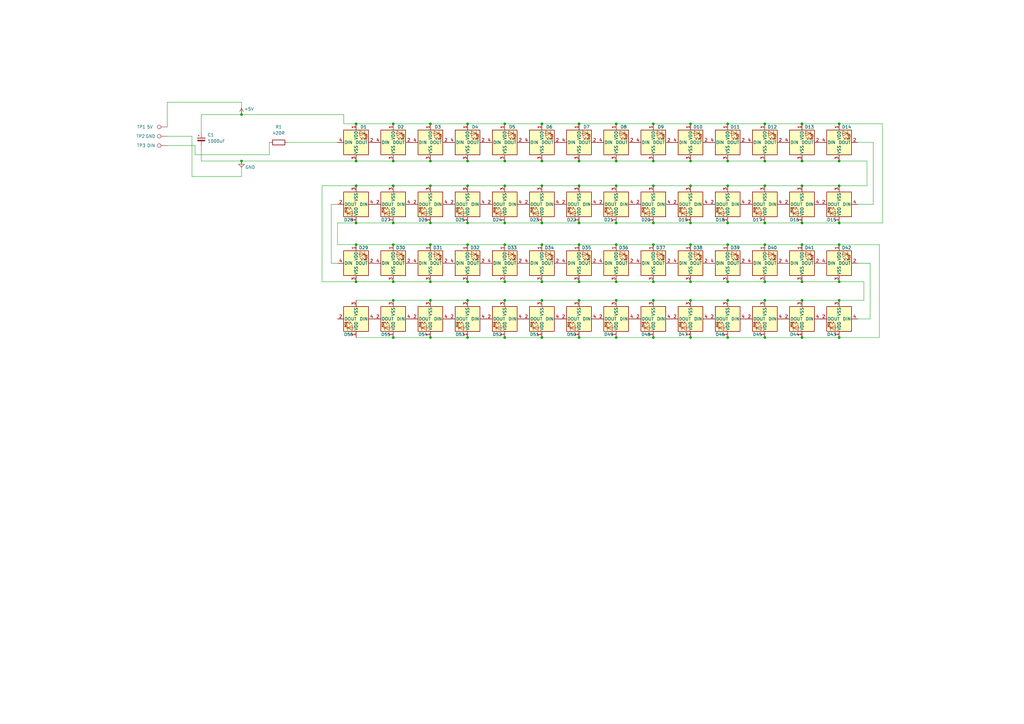
<source format=kicad_sch>
(kicad_sch (version 20250114) (generator "eeschema") (generator_version "9.0")
  (paper "A3")
  (lib_symbols
    (symbol "Connector:TestPoint" (pin_numbers (hide yes)) (pin_names (offset 0.762) (hide yes))
      (property "Reference" "TP" (at 0 6.858 0))
      (property "Value" "TestPoint" (at 0 5.08 0))
      (symbol "TestPoint_0_1"
        (circle (center 0 3.302) (radius 0.762))
      )
      (symbol "TestPoint_1_1"
        (pin passive line (at 0 0 90) (length 2.54) (name "1") (number "1"))
      )
    )
    (symbol "Device:C_Polarized_Small" (pin_numbers (hide yes)) (pin_names (offset 0.254) (hide yes))
      (property "Reference" "C" (at 0.254 1.778 0))
      (property "Value" "C_Polarized_Small" (at 0.254 -2.032 0))
      (symbol "C_Polarized_Small_0_1"
        (rectangle (start -1.524 0.6858) (end 1.524 0.3048))
        (rectangle (start -1.524 -0.3048) (end 1.524 -0.6858) (fill (type outline)))
        (polyline (pts (xy -1.27 1.524) (xy -0.762 1.524)))
        (polyline (pts (xy -1.016 1.27) (xy -1.016 1.778)))
      )
      (symbol "C_Polarized_Small_1_1"
        (pin passive line (at 0 2.54 270) (length 1.8542) (name "~") (number "1"))
        (pin passive line (at 0 -2.54 90) (length 1.8542) (name "~") (number "2"))
      )
    )
    (symbol "Device:R" (pin_numbers (hide yes)) (pin_names (offset 0))
      (property "Reference" "R" (at 2.032 0 90))
      (property "Value" "R" (at 0 0 90))
      (symbol "R_0_1"
        (rectangle (start -1.016 -2.54) (end 1.016 2.54) (stroke (width 0.254)))
      )
      (symbol "R_1_1"
        (pin passive line (at 0 3.81 270) (length 1.27) (name "~") (number "1"))
        (pin passive line (at 0 -3.81 90) (length 1.27) (name "~") (number "2"))
      )
    )
    (symbol "My_Custom_Symbols:WS2812B-Mini" (pin_names (offset 0.254))
      (property "Reference" "D" (at 5.08 5.715 0))
      (property "Value" "WS2812B-Mini" (at 1.27 -5.715 0))
      (symbol "WS2812B-Mini_0_0"
        (text "RGB" (at 2.286 -4.191 0) (effects (font (size 0.762 0.762))))
      )
      (symbol "WS2812B-Mini_0_1"
        (polyline (pts (xy 1.27 -2.54) (xy 1.778 -2.54)))
        (polyline (pts (xy 1.27 -3.556) (xy 1.778 -3.556)))
        (polyline (pts (xy 2.286 -1.524) (xy 1.27 -2.54) (xy 1.27 -2.032)))
        (polyline (pts (xy 2.286 -2.54) (xy 1.27 -3.556) (xy 1.27 -3.048)))
        (polyline (pts (xy 3.683 -1.016) (xy 3.683 -3.556) (xy 3.683 -4.064)))
        (polyline (pts (xy 4.699 -1.524) (xy 2.667 -1.524) (xy 3.683 -3.556) (xy 4.699 -1.524)))
        (polyline (pts (xy 4.699 -3.556) (xy 2.667 -3.556)))
        (rectangle (start 5.08 5.08) (end -5.08 -5.08) (stroke (width 0.254)) (fill (type background)))
      )
      (symbol "WS2812B-Mini_1_1"
        (pin power_out line (at -7.62 0 0) (length 2.54) (name "VSS") (number "3"))
        (pin input line (at 0 7.62 270) (length 2.54) (name "DIN") (number "4"))
        (pin output line (at 0 -7.62 90) (length 2.54) (name "DOUT") (number "2"))
        (pin power_in line (at 7.62 0 180) (length 2.54) (name "VDD") (number "1"))
      )
    )
    (symbol "power:+5V" (power) (pin_numbers (hide yes)) (pin_names (offset 0) (hide yes))
      (property "Value" "+5V" (at 0 3.556 0))
      (symbol "+5V_0_1"
        (polyline (pts (xy -0.762 1.27) (xy 0 2.54)))
        (polyline (pts (xy 0 2.54) (xy 0.762 1.27)))
        (polyline (pts (xy 0 0) (xy 0 2.54)))
      )
      (symbol "+5V_1_1"
        (pin power_in line (at 0 0 90) (length 0) (name "~") (number "1"))
      )
    )
    (symbol "power:GND" (power) (pin_numbers (hide yes)) (pin_names (offset 0) (hide yes))
      (property "Value" "GND" (at 0 -3.81 0))
      (symbol "GND_0_1"
        (polyline (pts (xy 0 0) (xy 0 -1.27) (xy 1.27 -1.27) (xy 0 -2.54) (xy -1.27 -1.27) (xy 0 -1.27)))
      )
      (symbol "GND_1_1"
        (pin power_in line (at 0 0 270) (length 0) (name "~") (number "1"))
      )
    )
  )
  (junction (at 99.06 66.04))
  (junction (at 191.77 50.8))
  (junction (at 344.17 123.19))
  (junction (at 176.53 76.2))
  (junction (at 298.45 76.2))
  (junction (at 283.21 123.19))
  (junction (at 237.49 91.44))
  (junction (at 344.17 138.43))
  (junction (at 237.49 100.33))
  (junction (at 344.17 76.2))
  (junction (at 252.73 100.33))
  (junction (at 283.21 50.8))
  (junction (at 161.29 50.8))
  (junction (at 191.77 100.33))
  (junction (at 99.06 46.99))
  (junction (at 146.05 115.57))
  (junction (at 176.53 115.57))
  (junction (at 267.97 123.19))
  (junction (at 176.53 91.44))
  (junction (at 267.97 100.33))
  (junction (at 207.01 100.33))
  (junction (at 267.97 91.44))
  (junction (at 176.53 100.33))
  (junction (at 267.97 50.8))
  (junction (at 252.73 76.2))
  (junction (at 283.21 66.04))
  (junction (at 328.93 123.19))
  (junction (at 207.01 115.57))
  (junction (at 252.73 115.57))
  (junction (at 328.93 138.43))
  (junction (at 283.21 138.43))
  (junction (at 161.29 123.19))
  (junction (at 344.17 66.04))
  (junction (at 191.77 66.04))
  (junction (at 313.69 123.19))
  (junction (at 298.45 50.8))
  (junction (at 328.93 91.44))
  (junction (at 146.05 66.04))
  (junction (at 267.97 76.2))
  (junction (at 161.29 138.43))
  (junction (at 328.93 50.8))
  (junction (at 313.69 115.57))
  (junction (at 252.73 66.04))
  (junction (at 207.01 76.2))
  (junction (at 267.97 66.04))
  (junction (at 298.45 123.19))
  (junction (at 207.01 66.04))
  (junction (at 267.97 138.43))
  (junction (at 328.93 66.04))
  (junction (at 344.17 91.44))
  (junction (at 283.21 115.57))
  (junction (at 207.01 123.19))
  (junction (at 328.93 76.2))
  (junction (at 146.05 50.8))
  (junction (at 237.49 138.43))
  (junction (at 207.01 91.44))
  (junction (at 222.25 76.2))
  (junction (at 313.69 100.33))
  (junction (at 222.25 50.8))
  (junction (at 313.69 138.43))
  (junction (at 191.77 115.57))
  (junction (at 237.49 50.8))
  (junction (at 161.29 100.33))
  (junction (at 176.53 123.19))
  (junction (at 313.69 66.04))
  (junction (at 252.73 91.44))
  (junction (at 222.25 91.44))
  (junction (at 252.73 123.19))
  (junction (at 283.21 76.2))
  (junction (at 222.25 123.19))
  (junction (at 146.05 91.44))
  (junction (at 298.45 91.44))
  (junction (at 207.01 50.8))
  (junction (at 176.53 138.43))
  (junction (at 298.45 138.43))
  (junction (at 344.17 50.8))
  (junction (at 283.21 91.44))
  (junction (at 207.01 138.43))
  (junction (at 191.77 76.2))
  (junction (at 191.77 123.19))
  (junction (at 237.49 76.2))
  (junction (at 298.45 100.33))
  (junction (at 267.97 115.57))
  (junction (at 298.45 115.57))
  (junction (at 283.21 100.33))
  (junction (at 252.73 138.43))
  (junction (at 222.25 100.33))
  (junction (at 191.77 91.44))
  (junction (at 313.69 50.8))
  (junction (at 146.05 76.2))
  (junction (at 237.49 123.19))
  (junction (at 176.53 66.04))
  (junction (at 328.93 100.33))
  (junction (at 344.17 100.33))
  (junction (at 222.25 138.43))
  (junction (at 252.73 50.8))
  (junction (at 146.05 100.33))
  (junction (at 161.29 66.04))
  (junction (at 161.29 76.2))
  (junction (at 313.69 91.44))
  (junction (at 237.49 115.57))
  (junction (at 222.25 115.57))
  (junction (at 237.49 66.04))
  (junction (at 313.69 76.2))
  (junction (at 161.29 115.57))
  (junction (at 176.53 50.8))
  (junction (at 222.25 66.04))
  (junction (at 191.77 138.43))
  (junction (at 298.45 66.04))
  (junction (at 328.93 115.57))
  (junction (at 161.29 91.44))
  (junction (at 344.17 115.57))
  (wire (pts (xy 237.49 115.57) (xy 252.73 115.57)))
  (wire (pts (xy 78.74 72.39) (xy 99.06 72.39)))
  (wire (pts (xy 222.25 50.8) (xy 237.49 50.8)))
  (wire (pts (xy 351.79 107.95) (xy 356.87 107.95)))
  (wire (pts (xy 176.53 138.43) (xy 191.77 138.43)))
  (wire (pts (xy 252.73 91.44) (xy 237.49 91.44)))
  (wire (pts (xy 135.89 107.95) (xy 138.43 107.95)))
  (wire (pts (xy 344.17 123.19) (xy 354.33 123.19)))
  (wire (pts (xy 207.01 115.57) (xy 222.25 115.57)))
  (wire (pts (xy 237.49 66.04) (xy 252.73 66.04)))
  (wire (pts (xy 82.55 66.04) (xy 99.06 66.04)))
  (wire (pts (xy 207.01 123.19) (xy 222.25 123.19)))
  (wire (pts (xy 161.29 50.8) (xy 176.53 50.8)))
  (wire (pts (xy 252.73 50.8) (xy 267.97 50.8)))
  (wire (pts (xy 146.05 91.44) (xy 138.43 91.44)))
  (wire (pts (xy 344.17 50.8) (xy 361.95 50.8)))
  (wire (pts (xy 146.05 66.04) (xy 161.29 66.04)))
  (wire (pts (xy 132.08 76.2) (xy 132.08 115.57)))
  (wire (pts (xy 222.25 115.57) (xy 237.49 115.57)))
  (wire (pts (xy 138.43 91.44) (xy 138.43 100.33)))
  (wire (pts (xy 283.21 50.8) (xy 298.45 50.8)))
  (wire (pts (xy 283.21 115.57) (xy 298.45 115.57)))
  (wire (pts (xy 80.01 59.69) (xy 80.01 63.5)))
  (wire (pts (xy 267.97 123.19) (xy 283.21 123.19)))
  (wire (pts (xy 237.49 76.2) (xy 222.25 76.2)))
  (wire (pts (xy 328.93 76.2) (xy 313.69 76.2)))
  (wire (pts (xy 146.05 138.43) (xy 161.29 138.43)))
  (wire (pts (xy 191.77 76.2) (xy 176.53 76.2)))
  (wire (pts (xy 146.05 50.8) (xy 161.29 50.8)))
  (wire (pts (xy 313.69 91.44) (xy 298.45 91.44)))
  (wire (pts (xy 99.06 41.91) (xy 99.06 46.99)))
  (wire (pts (xy 328.93 50.8) (xy 344.17 50.8)))
  (wire (pts (xy 328.93 100.33) (xy 344.17 100.33)))
  (wire (pts (xy 207.01 91.44) (xy 191.77 91.44)))
  (wire (pts (xy 267.97 91.44) (xy 252.73 91.44)))
  (wire (pts (xy 313.69 66.04) (xy 328.93 66.04)))
  (wire (pts (xy 161.29 66.04) (xy 176.53 66.04)))
  (wire (pts (xy 176.53 66.04) (xy 191.77 66.04)))
  (wire (pts (xy 355.6 66.04) (xy 355.6 76.2)))
  (wire (pts (xy 355.6 76.2) (xy 344.17 76.2)))
  (wire (pts (xy 222.25 76.2) (xy 207.01 76.2)))
  (wire (pts (xy 132.08 115.57) (xy 146.05 115.57)))
  (wire (pts (xy 356.87 107.95) (xy 356.87 130.81)))
  (wire (pts (xy 68.58 52.07) (xy 68.58 41.91)))
  (wire (pts (xy 328.93 123.19) (xy 344.17 123.19)))
  (wire (pts (xy 161.29 115.57) (xy 176.53 115.57)))
  (wire (pts (xy 267.97 115.57) (xy 283.21 115.57)))
  (wire (pts (xy 267.97 100.33) (xy 283.21 100.33)))
  (wire (pts (xy 252.73 66.04) (xy 267.97 66.04)))
  (wire (pts (xy 360.68 100.33) (xy 360.68 138.43)))
  (wire (pts (xy 176.53 91.44) (xy 161.29 91.44)))
  (wire (pts (xy 267.97 66.04) (xy 283.21 66.04)))
  (wire (pts (xy 191.77 50.8) (xy 207.01 50.8)))
  (wire (pts (xy 298.45 66.04) (xy 313.69 66.04)))
  (wire (pts (xy 298.45 123.19) (xy 313.69 123.19)))
  (wire (pts (xy 146.05 100.33) (xy 161.29 100.33)))
  (wire (pts (xy 313.69 50.8) (xy 328.93 50.8)))
  (wire (pts (xy 68.58 59.69) (xy 80.01 59.69)))
  (wire (pts (xy 140.97 50.8) (xy 146.05 50.8)))
  (wire (pts (xy 252.73 100.33) (xy 267.97 100.33)))
  (wire (pts (xy 99.06 72.39) (xy 99.06 66.04)))
  (wire (pts (xy 161.29 138.43) (xy 176.53 138.43)))
  (wire (pts (xy 313.69 115.57) (xy 328.93 115.57)))
  (wire (pts (xy 68.58 55.88) (xy 78.74 55.88)))
  (wire (pts (xy 237.49 123.19) (xy 252.73 123.19)))
  (wire (pts (xy 252.73 76.2) (xy 237.49 76.2)))
  (wire (pts (xy 328.93 91.44) (xy 313.69 91.44)))
  (wire (pts (xy 344.17 91.44) (xy 328.93 91.44)))
  (wire (pts (xy 138.43 100.33) (xy 146.05 100.33)))
  (wire (pts (xy 344.17 138.43) (xy 360.68 138.43)))
  (wire (pts (xy 176.53 100.33) (xy 191.77 100.33)))
  (wire (pts (xy 80.01 63.5) (xy 110.49 63.5)))
  (wire (pts (xy 283.21 123.19) (xy 298.45 123.19)))
  (wire (pts (xy 344.17 76.2) (xy 328.93 76.2)))
  (wire (pts (xy 298.45 50.8) (xy 313.69 50.8)))
  (wire (pts (xy 207.01 138.43) (xy 222.25 138.43)))
  (wire (pts (xy 344.17 115.57) (xy 354.33 115.57)))
  (wire (pts (xy 298.45 91.44) (xy 283.21 91.44)))
  (wire (pts (xy 222.25 123.19) (xy 237.49 123.19)))
  (wire (pts (xy 99.06 46.99) (xy 82.55 46.99)))
  (wire (pts (xy 191.77 138.43) (xy 207.01 138.43)))
  (wire (pts (xy 328.93 66.04) (xy 344.17 66.04)))
  (wire (pts (xy 351.79 83.82) (xy 358.14 83.82)))
  (wire (pts (xy 207.01 50.8) (xy 222.25 50.8)))
  (wire (pts (xy 222.25 66.04) (xy 237.49 66.04)))
  (wire (pts (xy 298.45 138.43) (xy 313.69 138.43)))
  (wire (pts (xy 191.77 66.04) (xy 207.01 66.04)))
  (wire (pts (xy 68.58 41.91) (xy 99.06 41.91)))
  (wire (pts (xy 222.25 138.43) (xy 237.49 138.43)))
  (wire (pts (xy 344.17 66.04) (xy 355.6 66.04)))
  (wire (pts (xy 328.93 138.43) (xy 344.17 138.43)))
  (wire (pts (xy 78.74 55.88) (xy 78.74 72.39)))
  (wire (pts (xy 161.29 100.33) (xy 176.53 100.33)))
  (wire (pts (xy 135.89 83.82) (xy 135.89 107.95)))
  (wire (pts (xy 358.14 58.42) (xy 358.14 83.82)))
  (wire (pts (xy 99.06 66.04) (xy 146.05 66.04)))
  (wire (pts (xy 354.33 115.57) (xy 354.33 123.19)))
  (wire (pts (xy 267.97 76.2) (xy 252.73 76.2)))
  (wire (pts (xy 252.73 115.57) (xy 267.97 115.57)))
  (wire (pts (xy 191.77 123.19) (xy 207.01 123.19)))
  (wire (pts (xy 313.69 123.19) (xy 328.93 123.19)))
  (wire (pts (xy 344.17 100.33) (xy 360.68 100.33)))
  (wire (pts (xy 207.01 66.04) (xy 222.25 66.04)))
  (wire (pts (xy 283.21 100.33) (xy 298.45 100.33)))
  (wire (pts (xy 176.53 76.2) (xy 161.29 76.2)))
  (wire (pts (xy 146.05 76.2) (xy 132.08 76.2)))
  (wire (pts (xy 191.77 91.44) (xy 176.53 91.44)))
  (wire (pts (xy 191.77 115.57) (xy 207.01 115.57)))
  (wire (pts (xy 161.29 123.19) (xy 176.53 123.19)))
  (wire (pts (xy 298.45 100.33) (xy 313.69 100.33)))
  (wire (pts (xy 356.87 130.81) (xy 351.79 130.81)))
  (wire (pts (xy 328.93 115.57) (xy 344.17 115.57)))
  (wire (pts (xy 138.43 83.82) (xy 135.89 83.82)))
  (wire (pts (xy 237.49 50.8) (xy 252.73 50.8)))
  (wire (pts (xy 313.69 76.2) (xy 298.45 76.2)))
  (wire (pts (xy 283.21 76.2) (xy 267.97 76.2)))
  (wire (pts (xy 118.11 58.42) (xy 138.43 58.42)))
  (wire (pts (xy 313.69 138.43) (xy 328.93 138.43)))
  (wire (pts (xy 110.49 58.42) (xy 110.49 63.5)))
  (wire (pts (xy 207.01 100.33) (xy 222.25 100.33)))
  (wire (pts (xy 82.55 59.69) (xy 82.55 66.04)))
  (wire (pts (xy 267.97 138.43) (xy 283.21 138.43)))
  (wire (pts (xy 207.01 76.2) (xy 191.77 76.2)))
  (wire (pts (xy 283.21 91.44) (xy 267.97 91.44)))
  (wire (pts (xy 237.49 91.44) (xy 222.25 91.44)))
  (wire (pts (xy 222.25 91.44) (xy 207.01 91.44)))
  (wire (pts (xy 237.49 100.33) (xy 252.73 100.33)))
  (wire (pts (xy 146.05 115.57) (xy 161.29 115.57)))
  (wire (pts (xy 361.95 50.8) (xy 361.95 91.44)))
  (wire (pts (xy 283.21 66.04) (xy 298.45 66.04)))
  (wire (pts (xy 176.53 50.8) (xy 191.77 50.8)))
  (wire (pts (xy 222.25 100.33) (xy 237.49 100.33)))
  (wire (pts (xy 161.29 91.44) (xy 146.05 91.44)))
  (wire (pts (xy 361.95 91.44) (xy 344.17 91.44)))
  (wire (pts (xy 191.77 100.33) (xy 207.01 100.33)))
  (wire (pts (xy 313.69 100.33) (xy 328.93 100.33)))
  (wire (pts (xy 298.45 76.2) (xy 283.21 76.2)))
  (wire (pts (xy 140.97 46.99) (xy 140.97 50.8)))
  (wire (pts (xy 351.79 58.42) (xy 358.14 58.42)))
  (wire (pts (xy 146.05 123.19) (xy 161.29 123.19)))
  (wire (pts (xy 252.73 123.19) (xy 267.97 123.19)))
  (wire (pts (xy 176.53 115.57) (xy 191.77 115.57)))
  (wire (pts (xy 82.55 46.99) (xy 82.55 54.61)))
  (wire (pts (xy 283.21 138.43) (xy 298.45 138.43)))
  (wire (pts (xy 298.45 115.57) (xy 313.69 115.57)))
  (wire (pts (xy 176.53 123.19) (xy 191.77 123.19)))
  (wire (pts (xy 252.73 138.43) (xy 267.97 138.43)))
  (wire (pts (xy 161.29 76.2) (xy 146.05 76.2)))
  (wire (pts (xy 267.97 50.8) (xy 283.21 50.8)))
  (wire (pts (xy 237.49 138.43) (xy 252.73 138.43)))
  (wire (pts (xy 99.06 46.99) (xy 140.97 46.99)))
  (symbol (lib_id "My_Custom_Symbols:WS2812B-Mini") (at 252.73 58.42 90) (unit 1)
    (property "Reference" "D8" (at 255.778 52.07 90))
    (property "Value" "WS2812B-Mini" (effects (hide yes)))
    (property "Footprint" "LED_SMD:LED_SK6812MINI_PLCC4_3.5x3.5mm_P1.75mm" (effects (hide yes)))
    (property "Datasheet" "https://cdn-shop.adafruit.com/product-files/2686/SK6812MINI_REV.01-1-2.pdf" (effects (hide yes)))
    (property "Description" "RGB LED with integrated controller" (effects (hide yes)))
  )
  (symbol (lib_id "My_Custom_Symbols:WS2812B-Mini") (at 207.01 83.82 270) (unit 1)
    (property "Reference" "D24" (at 203.962 90.17 90))
    (property "Value" "WS2812B-Mini" (effects (hide yes)))
    (property "Footprint" "LED_SMD:LED_SK6812MINI_PLCC4_3.5x3.5mm_P1.75mm" (effects (hide yes)))
    (property "Datasheet" "https://cdn-shop.adafruit.com/product-files/2686/SK6812MINI_REV.01-1-2.pdf" (effects (hide yes)))
    (property "Description" "RGB LED with integrated controller" (effects (hide yes)))
  )
  (symbol (lib_id "My_Custom_Symbols:WS2812B-Mini") (at 328.93 83.82 270) (unit 1)
    (property "Reference" "D16" (at 325.882 90.17 90))
    (property "Value" "WS2812B-Mini" (effects (hide yes)))
    (property "Footprint" "LED_SMD:LED_SK6812MINI_PLCC4_3.5x3.5mm_P1.75mm" (effects (hide yes)))
    (property "Datasheet" "https://cdn-shop.adafruit.com/product-files/2686/SK6812MINI_REV.01-1-2.pdf" (effects (hide yes)))
    (property "Description" "RGB LED with integrated controller" (effects (hide yes)))
  )
  (symbol (lib_id "My_Custom_Symbols:WS2812B-Mini") (at 344.17 58.42 90) (unit 1)
    (property "Reference" "D14" (at 347.218 52.07 90))
    (property "Value" "WS2812B-Mini" (effects (hide yes)))
    (property "Footprint" "LED_SMD:LED_SK6812MINI_PLCC4_3.5x3.5mm_P1.75mm" (effects (hide yes)))
    (property "Datasheet" "https://cdn-shop.adafruit.com/product-files/2686/SK6812MINI_REV.01-1-2.pdf" (effects (hide yes)))
    (property "Description" "RGB LED with integrated controller" (effects (hide yes)))
  )
  (symbol (lib_id "My_Custom_Symbols:WS2812B-Mini") (at 161.29 130.81 270) (unit 1)
    (property "Reference" "D55" (at 158.242 137.16 90))
    (property "Value" "WS2812B-Mini" (effects (hide yes)))
    (property "Footprint" "LED_SMD:LED_SK6812MINI_PLCC4_3.5x3.5mm_P1.75mm" (effects (hide yes)))
    (property "Datasheet" "https://cdn-shop.adafruit.com/product-files/2686/SK6812MINI_REV.01-1-2.pdf" (effects (hide yes)))
    (property "Description" "RGB LED with integrated controller" (effects (hide yes)))
  )
  (symbol (lib_id "My_Custom_Symbols:WS2812B-Mini") (at 283.21 130.81 270) (unit 1)
    (property "Reference" "D47" (at 280.162 137.16 90))
    (property "Value" "WS2812B-Mini" (effects (hide yes)))
    (property "Footprint" "LED_SMD:LED_SK6812MINI_PLCC4_3.5x3.5mm_P1.75mm" (effects (hide yes)))
    (property "Datasheet" "https://cdn-shop.adafruit.com/product-files/2686/SK6812MINI_REV.01-1-2.pdf" (effects (hide yes)))
    (property "Description" "RGB LED with integrated controller" (effects (hide yes)))
  )
  (symbol (lib_id "My_Custom_Symbols:WS2812B-Mini") (at 344.17 83.82 270) (unit 1)
    (property "Reference" "D15" (at 341.122 90.17 90))
    (property "Value" "WS2812B-Mini" (effects (hide yes)))
    (property "Footprint" "LED_SMD:LED_SK6812MINI_PLCC4_3.5x3.5mm_P1.75mm" (effects (hide yes)))
    (property "Datasheet" "https://cdn-shop.adafruit.com/product-files/2686/SK6812MINI_REV.01-1-2.pdf" (effects (hide yes)))
    (property "Description" "RGB LED with integrated controller" (effects (hide yes)))
  )
  (symbol (lib_id "My_Custom_Symbols:WS2812B-Mini") (at 313.69 130.81 270) (unit 1)
    (property "Reference" "D45" (at 310.642 137.16 90))
    (property "Value" "WS2812B-Mini" (effects (hide yes)))
    (property "Footprint" "LED_SMD:LED_SK6812MINI_PLCC4_3.5x3.5mm_P1.75mm" (effects (hide yes)))
    (property "Datasheet" "https://cdn-shop.adafruit.com/product-files/2686/SK6812MINI_REV.01-1-2.pdf" (effects (hide yes)))
    (property "Description" "RGB LED with integrated controller" (effects (hide yes)))
  )
  (symbol (lib_id "My_Custom_Symbols:WS2812B-Mini") (at 176.53 83.82 270) (unit 1)
    (property "Reference" "D26" (at 173.482 90.17 90))
    (property "Value" "WS2812B-Mini" (effects (hide yes)))
    (property "Footprint" "LED_SMD:LED_SK6812MINI_PLCC4_3.5x3.5mm_P1.75mm" (effects (hide yes)))
    (property "Datasheet" "https://cdn-shop.adafruit.com/product-files/2686/SK6812MINI_REV.01-1-2.pdf" (effects (hide yes)))
    (property "Description" "RGB LED with integrated controller" (effects (hide yes)))
  )
  (symbol (lib_id "My_Custom_Symbols:WS2812B-Mini") (at 328.93 130.81 270) (unit 1)
    (property "Reference" "D44" (at 325.882 137.16 90))
    (property "Value" "WS2812B-Mini" (effects (hide yes)))
    (property "Footprint" "LED_SMD:LED_SK6812MINI_PLCC4_3.5x3.5mm_P1.75mm" (effects (hide yes)))
    (property "Datasheet" "https://cdn-shop.adafruit.com/product-files/2686/SK6812MINI_REV.01-1-2.pdf" (effects (hide yes)))
    (property "Description" "RGB LED with integrated controller" (effects (hide yes)))
  )
  (symbol (lib_id "My_Custom_Symbols:WS2812B-Mini") (at 283.21 58.42 90) (unit 1)
    (property "Reference" "D10" (at 286.258 52.07 90))
    (property "Value" "WS2812B-Mini" (effects (hide yes)))
    (property "Footprint" "LED_SMD:LED_SK6812MINI_PLCC4_3.5x3.5mm_P1.75mm" (effects (hide yes)))
    (property "Datasheet" "https://cdn-shop.adafruit.com/product-files/2686/SK6812MINI_REV.01-1-2.pdf" (effects (hide yes)))
    (property "Description" "RGB LED with integrated controller" (effects (hide yes)))
  )
  (symbol (lib_id "My_Custom_Symbols:WS2812B-Mini") (at 237.49 58.42 90) (unit 1)
    (property "Reference" "D7" (at 240.538 52.07 90))
    (property "Value" "WS2812B-Mini" (effects (hide yes)))
    (property "Footprint" "LED_SMD:LED_SK6812MINI_PLCC4_3.5x3.5mm_P1.75mm" (effects (hide yes)))
    (property "Datasheet" "https://cdn-shop.adafruit.com/product-files/2686/SK6812MINI_REV.01-1-2.pdf" (effects (hide yes)))
    (property "Description" "RGB LED with integrated controller" (effects (hide yes)))
  )
  (symbol (lib_id "My_Custom_Symbols:WS2812B-Mini") (at 313.69 83.82 270) (unit 1)
    (property "Reference" "D17" (at 310.642 90.17 90))
    (property "Value" "WS2812B-Mini" (effects (hide yes)))
    (property "Footprint" "LED_SMD:LED_SK6812MINI_PLCC4_3.5x3.5mm_P1.75mm" (effects (hide yes)))
    (property "Datasheet" "https://cdn-shop.adafruit.com/product-files/2686/SK6812MINI_REV.01-1-2.pdf" (effects (hide yes)))
    (property "Description" "RGB LED with integrated controller" (effects (hide yes)))
  )
  (symbol (lib_id "My_Custom_Symbols:WS2812B-Mini") (at 313.69 107.95 90) (unit 1)
    (property "Reference" "D40" (at 316.738 101.6 90))
    (property "Value" "WS2812B-Mini" (effects (hide yes)))
    (property "Footprint" "LED_SMD:LED_SK6812MINI_PLCC4_3.5x3.5mm_P1.75mm" (effects (hide yes)))
    (property "Datasheet" "https://cdn-shop.adafruit.com/product-files/2686/SK6812MINI_REV.01-1-2.pdf" (effects (hide yes)))
    (property "Description" "RGB LED with integrated controller" (effects (hide yes)))
  )
  (symbol (lib_id "My_Custom_Symbols:WS2812B-Mini") (at 267.97 130.81 270) (unit 1)
    (property "Reference" "D48" (at 264.922 137.16 90))
    (property "Value" "WS2812B-Mini" (effects (hide yes)))
    (property "Footprint" "LED_SMD:LED_SK6812MINI_PLCC4_3.5x3.5mm_P1.75mm" (effects (hide yes)))
    (property "Datasheet" "https://cdn-shop.adafruit.com/product-files/2686/SK6812MINI_REV.01-1-2.pdf" (effects (hide yes)))
    (property "Description" "RGB LED with integrated controller" (effects (hide yes)))
  )
  (symbol (lib_id "My_Custom_Symbols:WS2812B-Mini") (at 191.77 83.82 270) (unit 1)
    (property "Reference" "D25" (at 188.722 90.17 90))
    (property "Value" "WS2812B-Mini" (effects (hide yes)))
    (property "Footprint" "LED_SMD:LED_SK6812MINI_PLCC4_3.5x3.5mm_P1.75mm" (effects (hide yes)))
    (property "Datasheet" "https://cdn-shop.adafruit.com/product-files/2686/SK6812MINI_REV.01-1-2.pdf" (effects (hide yes)))
    (property "Description" "RGB LED with integrated controller" (effects (hide yes)))
  )
  (symbol (lib_id "My_Custom_Symbols:WS2812B-Mini") (at 252.73 83.82 270) (unit 1)
    (property "Reference" "D21" (at 249.682 90.17 90))
    (property "Value" "WS2812B-Mini" (effects (hide yes)))
    (property "Footprint" "LED_SMD:LED_SK6812MINI_PLCC4_3.5x3.5mm_P1.75mm" (effects (hide yes)))
    (property "Datasheet" "https://cdn-shop.adafruit.com/product-files/2686/SK6812MINI_REV.01-1-2.pdf" (effects (hide yes)))
    (property "Description" "RGB LED with integrated controller" (effects (hide yes)))
  )
  (symbol (lib_id "My_Custom_Symbols:WS2812B-Mini") (at 161.29 107.95 90) (unit 1)
    (property "Reference" "D30" (at 164.338 101.6 90))
    (property "Value" "WS2812B-Mini" (effects (hide yes)))
    (property "Footprint" "LED_SMD:LED_SK6812MINI_PLCC4_3.5x3.5mm_P1.75mm" (effects (hide yes)))
    (property "Datasheet" "https://cdn-shop.adafruit.com/product-files/2686/SK6812MINI_REV.01-1-2.pdf" (effects (hide yes)))
    (property "Description" "RGB LED with integrated controller" (effects (hide yes)))
  )
  (symbol (lib_id "My_Custom_Symbols:WS2812B-Mini") (at 267.97 58.42 90) (unit 1)
    (property "Reference" "D9" (at 271.018 52.07 90))
    (property "Value" "WS2812B-Mini" (effects (hide yes)))
    (property "Footprint" "LED_SMD:LED_SK6812MINI_PLCC4_3.5x3.5mm_P1.75mm" (effects (hide yes)))
    (property "Datasheet" "https://cdn-shop.adafruit.com/product-files/2686/SK6812MINI_REV.01-1-2.pdf" (effects (hide yes)))
    (property "Description" "RGB LED with integrated controller" (effects (hide yes)))
  )
  (symbol (lib_id "My_Custom_Symbols:WS2812B-Mini") (at 222.25 107.95 90) (unit 1)
    (property "Reference" "D34" (at 225.298 101.6 90))
    (property "Value" "WS2812B-Mini" (effects (hide yes)))
    (property "Footprint" "LED_SMD:LED_SK6812MINI_PLCC4_3.5x3.5mm_P1.75mm" (effects (hide yes)))
    (property "Datasheet" "https://cdn-shop.adafruit.com/product-files/2686/SK6812MINI_REV.01-1-2.pdf" (effects (hide yes)))
    (property "Description" "RGB LED with integrated controller" (effects (hide yes)))
  )
  (symbol (lib_id "My_Custom_Symbols:WS2812B-Mini") (at 207.01 107.95 90) (unit 1)
    (property "Reference" "D33" (at 210.058 101.6 90))
    (property "Value" "WS2812B-Mini" (effects (hide yes)))
    (property "Footprint" "LED_SMD:LED_SK6812MINI_PLCC4_3.5x3.5mm_P1.75mm" (effects (hide yes)))
    (property "Datasheet" "https://cdn-shop.adafruit.com/product-files/2686/SK6812MINI_REV.01-1-2.pdf" (effects (hide yes)))
    (property "Description" "RGB LED with integrated controller" (effects (hide yes)))
  )
  (symbol (lib_id "Connector:TestPoint") (at 68.58 52.07 90) (unit 1)
    (property "Reference" "TP1" (at 57.912 52.07 90))
    (property "Value" "5V" (at 61.468 52.07 90))
    (property "Footprint" "TestPoint:TestPoint_Pad_D2.5mm" (effects (hide yes)))
    (property "Description" "test point" (effects (hide yes)))
  )
  (symbol (lib_id "My_Custom_Symbols:WS2812B-Mini") (at 298.45 58.42 90) (unit 1)
    (property "Reference" "D11" (at 301.498 52.07 90))
    (property "Value" "WS2812B-Mini" (effects (hide yes)))
    (property "Footprint" "LED_SMD:LED_SK6812MINI_PLCC4_3.5x3.5mm_P1.75mm" (effects (hide yes)))
    (property "Datasheet" "https://cdn-shop.adafruit.com/product-files/2686/SK6812MINI_REV.01-1-2.pdf" (effects (hide yes)))
    (property "Description" "RGB LED with integrated controller" (effects (hide yes)))
  )
  (symbol (lib_id "My_Custom_Symbols:WS2812B-Mini") (at 237.49 107.95 90) (unit 1)
    (property "Reference" "D35" (at 240.538 101.6 90))
    (property "Value" "WS2812B-Mini" (effects (hide yes)))
    (property "Footprint" "LED_SMD:LED_SK6812MINI_PLCC4_3.5x3.5mm_P1.75mm" (effects (hide yes)))
    (property "Datasheet" "https://cdn-shop.adafruit.com/product-files/2686/SK6812MINI_REV.01-1-2.pdf" (effects (hide yes)))
    (property "Description" "RGB LED with integrated controller" (effects (hide yes)))
  )
  (symbol (lib_id "My_Custom_Symbols:WS2812B-Mini") (at 313.69 58.42 90) (unit 1)
    (property "Reference" "D12" (at 316.738 52.07 90))
    (property "Value" "WS2812B-Mini" (effects (hide yes)))
    (property "Footprint" "LED_SMD:LED_SK6812MINI_PLCC4_3.5x3.5mm_P1.75mm" (effects (hide yes)))
    (property "Datasheet" "https://cdn-shop.adafruit.com/product-files/2686/SK6812MINI_REV.01-1-2.pdf" (effects (hide yes)))
    (property "Description" "RGB LED with integrated controller" (effects (hide yes)))
  )
  (symbol (lib_id "My_Custom_Symbols:WS2812B-Mini") (at 191.77 58.42 90) (unit 1)
    (property "Reference" "D4" (at 194.818 52.07 90))
    (property "Value" "WS2812B-Mini" (effects (hide yes)))
    (property "Footprint" "LED_SMD:LED_SK6812MINI_PLCC4_3.5x3.5mm_P1.75mm" (effects (hide yes)))
    (property "Datasheet" "https://cdn-shop.adafruit.com/product-files/2686/SK6812MINI_REV.01-1-2.pdf" (effects (hide yes)))
    (property "Description" "RGB LED with integrated controller" (effects (hide yes)))
  )
  (symbol (lib_id "My_Custom_Symbols:WS2812B-Mini") (at 176.53 107.95 90) (unit 1)
    (property "Reference" "D31" (at 179.578 101.6 90))
    (property "Value" "WS2812B-Mini" (effects (hide yes)))
    (property "Footprint" "LED_SMD:LED_SK6812MINI_PLCC4_3.5x3.5mm_P1.75mm" (effects (hide yes)))
    (property "Datasheet" "https://cdn-shop.adafruit.com/product-files/2686/SK6812MINI_REV.01-1-2.pdf" (effects (hide yes)))
    (property "Description" "RGB LED with integrated controller" (effects (hide yes)))
  )
  (symbol (lib_id "My_Custom_Symbols:WS2812B-Mini") (at 252.73 107.95 90) (unit 1)
    (property "Reference" "D36" (at 255.778 101.6 90))
    (property "Value" "WS2812B-Mini" (effects (hide yes)))
    (property "Footprint" "LED_SMD:LED_SK6812MINI_PLCC4_3.5x3.5mm_P1.75mm" (effects (hide yes)))
    (property "Datasheet" "https://cdn-shop.adafruit.com/product-files/2686/SK6812MINI_REV.01-1-2.pdf" (effects (hide yes)))
    (property "Description" "RGB LED with integrated controller" (effects (hide yes)))
  )
  (symbol (lib_id "My_Custom_Symbols:WS2812B-Mini") (at 222.25 130.81 270) (unit 1)
    (property "Reference" "D51" (at 219.202 137.16 90))
    (property "Value" "WS2812B-Mini" (effects (hide yes)))
    (property "Footprint" "LED_SMD:LED_SK6812MINI_PLCC4_3.5x3.5mm_P1.75mm" (effects (hide yes)))
    (property "Datasheet" "https://cdn-shop.adafruit.com/product-files/2686/SK6812MINI_REV.01-1-2.pdf" (effects (hide yes)))
    (property "Description" "RGB LED with integrated controller" (effects (hide yes)))
  )
  (symbol (lib_id "My_Custom_Symbols:WS2812B-Mini") (at 207.01 130.81 270) (unit 1)
    (property "Reference" "D52" (at 203.962 137.16 90))
    (property "Value" "WS2812B-Mini" (effects (hide yes)))
    (property "Footprint" "LED_SMD:LED_SK6812MINI_PLCC4_3.5x3.5mm_P1.75mm" (effects (hide yes)))
    (property "Datasheet" "https://cdn-shop.adafruit.com/product-files/2686/SK6812MINI_REV.01-1-2.pdf" (effects (hide yes)))
    (property "Description" "RGB LED with integrated controller" (effects (hide yes)))
  )
  (symbol (lib_id "My_Custom_Symbols:WS2812B-Mini") (at 146.05 130.81 270) (unit 1)
    (property "Reference" "D56" (at 143.002 137.16 90))
    (property "Value" "WS2812B-Mini" (effects (hide yes)))
    (property "Footprint" "LED_SMD:LED_SK6812MINI_PLCC4_3.5x3.5mm_P1.75mm" (effects (hide yes)))
    (property "Datasheet" "https://cdn-shop.adafruit.com/product-files/2686/SK6812MINI_REV.01-1-2.pdf" (effects (hide yes)))
    (property "Description" "RGB LED with integrated controller" (effects (hide yes)))
  )
  (symbol (lib_id "My_Custom_Symbols:WS2812B-Mini") (at 344.17 107.95 90) (unit 1)
    (property "Reference" "D42" (at 347.218 101.6 90))
    (property "Value" "WS2812B-Mini" (effects (hide yes)))
    (property "Footprint" "LED_SMD:LED_SK6812MINI_PLCC4_3.5x3.5mm_P1.75mm" (effects (hide yes)))
    (property "Datasheet" "https://cdn-shop.adafruit.com/product-files/2686/SK6812MINI_REV.01-1-2.pdf" (effects (hide yes)))
    (property "Description" "RGB LED with integrated controller" (effects (hide yes)))
  )
  (symbol (lib_id "My_Custom_Symbols:WS2812B-Mini") (at 222.25 58.42 90) (unit 1)
    (property "Reference" "D6" (at 225.298 52.07 90))
    (property "Value" "WS2812B-Mini" (effects (hide yes)))
    (property "Footprint" "LED_SMD:LED_SK6812MINI_PLCC4_3.5x3.5mm_P1.75mm" (effects (hide yes)))
    (property "Datasheet" "https://cdn-shop.adafruit.com/product-files/2686/SK6812MINI_REV.01-1-2.pdf" (effects (hide yes)))
    (property "Description" "RGB LED with integrated controller" (effects (hide yes)))
  )
  (symbol (lib_id "My_Custom_Symbols:WS2812B-Mini") (at 298.45 130.81 270) (unit 1)
    (property "Reference" "D46" (at 295.402 137.16 90))
    (property "Value" "WS2812B-Mini" (effects (hide yes)))
    (property "Footprint" "LED_SMD:LED_SK6812MINI_PLCC4_3.5x3.5mm_P1.75mm" (effects (hide yes)))
    (property "Datasheet" "https://cdn-shop.adafruit.com/product-files/2686/SK6812MINI_REV.01-1-2.pdf" (effects (hide yes)))
    (property "Description" "RGB LED with integrated controller" (effects (hide yes)))
  )
  (symbol (lib_id "My_Custom_Symbols:WS2812B-Mini") (at 298.45 107.95 90) (unit 1)
    (property "Reference" "D39" (at 301.498 101.6 90))
    (property "Value" "WS2812B-Mini" (effects (hide yes)))
    (property "Footprint" "LED_SMD:LED_SK6812MINI_PLCC4_3.5x3.5mm_P1.75mm" (effects (hide yes)))
    (property "Datasheet" "https://cdn-shop.adafruit.com/product-files/2686/SK6812MINI_REV.01-1-2.pdf" (effects (hide yes)))
    (property "Description" "RGB LED with integrated controller" (effects (hide yes)))
  )
  (symbol (lib_id "Device:R") (at 114.3 58.42 90) (unit 1)
    (property "Reference" "R1" (at 114.3 52.07 90))
    (property "Value" "420R" (at 114.3 54.61 90))
    (property "Footprint" "Resistor_SMD:R_1206_3216Metric" (effects (hide yes)))
    (property "Description" "Resistor" (effects (hide yes)))
  )
  (symbol (lib_id "My_Custom_Symbols:WS2812B-Mini") (at 176.53 58.42 90) (unit 1)
    (property "Reference" "D3" (at 179.578 52.07 90))
    (property "Value" "WS2812B-Mini" (effects (hide yes)))
    (property "Footprint" "LED_SMD:LED_SK6812MINI_PLCC4_3.5x3.5mm_P1.75mm" (effects (hide yes)))
    (property "Datasheet" "https://cdn-shop.adafruit.com/product-files/2686/SK6812MINI_REV.01-1-2.pdf" (effects (hide yes)))
    (property "Description" "RGB LED with integrated controller" (effects (hide yes)))
  )
  (symbol (lib_id "My_Custom_Symbols:WS2812B-Mini") (at 267.97 107.95 90) (unit 1)
    (property "Reference" "D37" (at 271.018 101.6 90))
    (property "Value" "WS2812B-Mini" (effects (hide yes)))
    (property "Footprint" "LED_SMD:LED_SK6812MINI_PLCC4_3.5x3.5mm_P1.75mm" (effects (hide yes)))
    (property "Datasheet" "https://cdn-shop.adafruit.com/product-files/2686/SK6812MINI_REV.01-1-2.pdf" (effects (hide yes)))
    (property "Description" "RGB LED with integrated controller" (effects (hide yes)))
  )
  (symbol (lib_id "Connector:TestPoint") (at 68.58 59.69 90) (unit 1)
    (property "Reference" "TP3" (at 57.912 59.69 90))
    (property "Value" "DIN" (at 61.976 59.69 90))
    (property "Footprint" "TestPoint:TestPoint_Pad_D2.5mm" (effects (hide yes)))
    (property "Description" "test point" (effects (hide yes)))
  )
  (symbol (lib_id "My_Custom_Symbols:WS2812B-Mini") (at 161.29 58.42 90) (unit 1)
    (property "Reference" "D2" (at 164.338 52.07 90))
    (property "Value" "WS2812B-Mini" (effects (hide yes)))
    (property "Footprint" "LED_SMD:LED_SK6812MINI_PLCC4_3.5x3.5mm_P1.75mm" (effects (hide yes)))
    (property "Datasheet" "https://cdn-shop.adafruit.com/product-files/2686/SK6812MINI_REV.01-1-2.pdf" (effects (hide yes)))
    (property "Description" "RGB LED with integrated controller" (effects (hide yes)))
  )
  (symbol (lib_id "My_Custom_Symbols:WS2812B-Mini") (at 222.25 83.82 270) (unit 1)
    (property "Reference" "D23" (at 219.202 90.17 90))
    (property "Value" "WS2812B-Mini" (effects (hide yes)))
    (property "Footprint" "LED_SMD:LED_SK6812MINI_PLCC4_3.5x3.5mm_P1.75mm" (effects (hide yes)))
    (property "Datasheet" "https://cdn-shop.adafruit.com/product-files/2686/SK6812MINI_REV.01-1-2.pdf" (effects (hide yes)))
    (property "Description" "RGB LED with integrated controller" (effects (hide yes)))
  )
  (symbol (lib_id "My_Custom_Symbols:WS2812B-Mini") (at 191.77 130.81 270) (unit 1)
    (property "Reference" "D53" (at 188.722 137.16 90))
    (property "Value" "WS2812B-Mini" (effects (hide yes)))
    (property "Footprint" "LED_SMD:LED_SK6812MINI_PLCC4_3.5x3.5mm_P1.75mm" (effects (hide yes)))
    (property "Datasheet" "https://cdn-shop.adafruit.com/product-files/2686/SK6812MINI_REV.01-1-2.pdf" (effects (hide yes)))
    (property "Description" "RGB LED with integrated controller" (effects (hide yes)))
  )
  (symbol (lib_id "My_Custom_Symbols:WS2812B-Mini") (at 237.49 83.82 270) (unit 1)
    (property "Reference" "D22" (at 234.442 90.17 90))
    (property "Value" "WS2812B-Mini" (effects (hide yes)))
    (property "Footprint" "LED_SMD:LED_SK6812MINI_PLCC4_3.5x3.5mm_P1.75mm" (effects (hide yes)))
    (property "Datasheet" "https://cdn-shop.adafruit.com/product-files/2686/SK6812MINI_REV.01-1-2.pdf" (effects (hide yes)))
    (property "Description" "RGB LED with integrated controller" (effects (hide yes)))
  )
  (symbol (lib_id "Connector:TestPoint") (at 68.58 55.88 90) (unit 1)
    (property "Reference" "TP2" (at 57.658 55.88 90))
    (property "Value" "GND" (at 61.722 55.88 90))
    (property "Footprint" "TestPoint:TestPoint_Pad_D2.5mm" (effects (hide yes)))
    (property "Description" "test point" (effects (hide yes)))
  )
  (symbol (lib_id "My_Custom_Symbols:WS2812B-Mini") (at 191.77 107.95 90) (unit 1)
    (property "Reference" "D32" (at 194.818 101.6 90))
    (property "Value" "WS2812B-Mini" (effects (hide yes)))
    (property "Footprint" "LED_SMD:LED_SK6812MINI_PLCC4_3.5x3.5mm_P1.75mm" (effects (hide yes)))
    (property "Datasheet" "https://cdn-shop.adafruit.com/product-files/2686/SK6812MINI_REV.01-1-2.pdf" (effects (hide yes)))
    (property "Description" "RGB LED with integrated controller" (effects (hide yes)))
  )
  (symbol (lib_id "My_Custom_Symbols:WS2812B-Mini") (at 328.93 107.95 90) (unit 1)
    (property "Reference" "D41" (at 331.978 101.6 90))
    (property "Value" "WS2812B-Mini" (effects (hide yes)))
    (property "Footprint" "LED_SMD:LED_SK6812MINI_PLCC4_3.5x3.5mm_P1.75mm" (effects (hide yes)))
    (property "Datasheet" "https://cdn-shop.adafruit.com/product-files/2686/SK6812MINI_REV.01-1-2.pdf" (effects (hide yes)))
    (property "Description" "RGB LED with integrated controller" (effects (hide yes)))
  )
  (symbol (lib_id "My_Custom_Symbols:WS2812B-Mini") (at 298.45 83.82 270) (unit 1)
    (property "Reference" "D18" (at 295.402 90.17 90))
    (property "Value" "WS2812B-Mini" (effects (hide yes)))
    (property "Footprint" "LED_SMD:LED_SK6812MINI_PLCC4_3.5x3.5mm_P1.75mm" (effects (hide yes)))
    (property "Datasheet" "https://cdn-shop.adafruit.com/product-files/2686/SK6812MINI_REV.01-1-2.pdf" (effects (hide yes)))
    (property "Description" "RGB LED with integrated controller" (effects (hide yes)))
  )
  (symbol (lib_id "My_Custom_Symbols:WS2812B-Mini") (at 252.73 130.81 270) (unit 1)
    (property "Reference" "D49" (at 249.682 137.16 90))
    (property "Value" "WS2812B-Mini" (effects (hide yes)))
    (property "Footprint" "LED_SMD:LED_SK6812MINI_PLCC4_3.5x3.5mm_P1.75mm" (effects (hide yes)))
    (property "Datasheet" "https://cdn-shop.adafruit.com/product-files/2686/SK6812MINI_REV.01-1-2.pdf" (effects (hide yes)))
    (property "Description" "RGB LED with integrated controller" (effects (hide yes)))
  )
  (symbol (lib_id "My_Custom_Symbols:WS2812B-Mini") (at 146.05 107.95 90) (unit 1)
    (property "Reference" "D29" (at 149.098 101.6 90))
    (property "Value" "WS2812B-Mini" (effects (hide yes)))
    (property "Footprint" "LED_SMD:LED_SK6812MINI_PLCC4_3.5x3.5mm_P1.75mm" (effects (hide yes)))
    (property "Datasheet" "https://cdn-shop.adafruit.com/product-files/2686/SK6812MINI_REV.01-1-2.pdf" (effects (hide yes)))
    (property "Description" "RGB LED with integrated controller" (effects (hide yes)))
  )
  (symbol (lib_id "My_Custom_Symbols:WS2812B-Mini") (at 344.17 130.81 270) (unit 1)
    (property "Reference" "D43" (at 341.122 137.16 90))
    (property "Value" "WS2812B-Mini" (effects (hide yes)))
    (property "Footprint" "LED_SMD:LED_SK6812MINI_PLCC4_3.5x3.5mm_P1.75mm" (effects (hide yes)))
    (property "Datasheet" "https://cdn-shop.adafruit.com/product-files/2686/SK6812MINI_REV.01-1-2.pdf" (effects (hide yes)))
    (property "Description" "RGB LED with integrated controller" (effects (hide yes)))
  )
  (symbol (lib_id "My_Custom_Symbols:WS2812B-Mini") (at 161.29 83.82 270) (unit 1)
    (property "Reference" "D27" (at 158.242 90.17 90))
    (property "Value" "WS2812B-Mini" (effects (hide yes)))
    (property "Footprint" "LED_SMD:LED_SK6812MINI_PLCC4_3.5x3.5mm_P1.75mm" (effects (hide yes)))
    (property "Datasheet" "https://cdn-shop.adafruit.com/product-files/2686/SK6812MINI_REV.01-1-2.pdf" (effects (hide yes)))
    (property "Description" "RGB LED with integrated controller" (effects (hide yes)))
  )
  (symbol (lib_id "My_Custom_Symbols:WS2812B-Mini") (at 283.21 107.95 90) (unit 1)
    (property "Reference" "D38" (at 286.258 101.6 90))
    (property "Value" "WS2812B-Mini" (effects (hide yes)))
    (property "Footprint" "LED_SMD:LED_SK6812MINI_PLCC4_3.5x3.5mm_P1.75mm" (effects (hide yes)))
    (property "Datasheet" "https://cdn-shop.adafruit.com/product-files/2686/SK6812MINI_REV.01-1-2.pdf" (effects (hide yes)))
    (property "Description" "RGB LED with integrated controller" (effects (hide yes)))
  )
  (symbol (lib_id "My_Custom_Symbols:WS2812B-Mini") (at 176.53 130.81 270) (unit 1)
    (property "Reference" "D54" (at 173.482 137.16 90))
    (property "Value" "WS2812B-Mini" (effects (hide yes)))
    (property "Footprint" "LED_SMD:LED_SK6812MINI_PLCC4_3.5x3.5mm_P1.75mm" (effects (hide yes)))
    (property "Datasheet" "https://cdn-shop.adafruit.com/product-files/2686/SK6812MINI_REV.01-1-2.pdf" (effects (hide yes)))
    (property "Description" "RGB LED with integrated controller" (effects (hide yes)))
  )
  (symbol (lib_id "My_Custom_Symbols:WS2812B-Mini") (at 146.05 58.42 90) (unit 1)
    (property "Reference" "D1" (at 149.098 52.07 90))
    (property "Value" "WS2812B-Mini" (effects (hide yes)))
    (property "Footprint" "LED_SMD:LED_SK6812MINI_PLCC4_3.5x3.5mm_P1.75mm" (effects (hide yes)))
    (property "Datasheet" "https://cdn-shop.adafruit.com/product-files/2686/SK6812MINI_REV.01-1-2.pdf" (effects (hide yes)))
    (property "Description" "RGB LED with integrated controller" (effects (hide yes)))
  )
  (symbol (lib_id "My_Custom_Symbols:WS2812B-Mini") (at 328.93 58.42 90) (unit 1)
    (property "Reference" "D13" (at 331.978 52.07 90))
    (property "Value" "WS2812B-Mini" (effects (hide yes)))
    (property "Footprint" "LED_SMD:LED_SK6812MINI_PLCC4_3.5x3.5mm_P1.75mm" (effects (hide yes)))
    (property "Datasheet" "https://cdn-shop.adafruit.com/product-files/2686/SK6812MINI_REV.01-1-2.pdf" (effects (hide yes)))
    (property "Description" "RGB LED with integrated controller" (effects (hide yes)))
  )
  (symbol (lib_id "My_Custom_Symbols:WS2812B-Mini") (at 237.49 130.81 270) (unit 1)
    (property "Reference" "D50" (at 234.442 137.16 90))
    (property "Value" "WS2812B-Mini" (effects (hide yes)))
    (property "Footprint" "LED_SMD:LED_SK6812MINI_PLCC4_3.5x3.5mm_P1.75mm" (effects (hide yes)))
    (property "Datasheet" "https://cdn-shop.adafruit.com/product-files/2686/SK6812MINI_REV.01-1-2.pdf" (effects (hide yes)))
    (property "Description" "RGB LED with integrated controller" (effects (hide yes)))
  )
  (symbol (lib_id "My_Custom_Symbols:WS2812B-Mini") (at 283.21 83.82 270) (unit 1)
    (property "Reference" "D19" (at 280.162 90.17 90))
    (property "Value" "WS2812B-Mini" (effects (hide yes)))
    (property "Footprint" "LED_SMD:LED_SK6812MINI_PLCC4_3.5x3.5mm_P1.75mm" (effects (hide yes)))
    (property "Datasheet" "https://cdn-shop.adafruit.com/product-files/2686/SK6812MINI_REV.01-1-2.pdf" (effects (hide yes)))
    (property "Description" "RGB LED with integrated controller" (effects (hide yes)))
  )
  (symbol (lib_id "My_Custom_Symbols:WS2812B-Mini") (at 207.01 58.42 90) (unit 1)
    (property "Reference" "D5" (at 210.058 52.07 90))
    (property "Value" "WS2812B-Mini" (effects (hide yes)))
    (property "Footprint" "LED_SMD:LED_SK6812MINI_PLCC4_3.5x3.5mm_P1.75mm" (effects (hide yes)))
    (property "Datasheet" "https://cdn-shop.adafruit.com/product-files/2686/SK6812MINI_REV.01-1-2.pdf" (effects (hide yes)))
    (property "Description" "RGB LED with integrated controller" (effects (hide yes)))
  )
  (symbol (lib_id "My_Custom_Symbols:WS2812B-Mini") (at 146.05 83.82 270) (unit 1)
    (property "Reference" "D28" (at 143.002 90.17 90))
    (property "Value" "WS2812B-Mini" (effects (hide yes)))
    (property "Footprint" "LED_SMD:LED_SK6812MINI_PLCC4_3.5x3.5mm_P1.75mm" (effects (hide yes)))
    (property "Datasheet" "https://cdn-shop.adafruit.com/product-files/2686/SK6812MINI_REV.01-1-2.pdf" (effects (hide yes)))
    (property "Description" "RGB LED with integrated controller" (effects (hide yes)))
  )
  (symbol (lib_id "power:GND") (at 99.06 66.04 0) (unit 1)
    (property "Reference" "#PWR02" (effects (hide yes)))
    (property "Value" "GND" (at 102.616 68.58 0))
    (property "Description" "Power symbol creates a global label with name \"GND\" , ground" (effects (hide yes)))
  )
  (symbol (lib_id "power:+5V") (at 99.06 46.99 0) (unit 1)
    (property "Reference" "#PWR01" (effects (hide yes)))
    (property "Value" "+5V" (at 102.108 44.704 0))
    (property "Description" "Power symbol creates a global label with name \"+5V\"" (effects (hide yes)))
  )
  (symbol (lib_id "Device:C_Polarized_Small") (at 82.55 57.15 0) (unit 1)
    (property "Reference" "C1" (at 85.09 55.3338 0) (effects (justify left)))
    (property "Value" "1000uF" (at 85.09 57.8738 0) (effects (justify left)))
    (property "Footprint" "Capacitor_SMD:CP_Elec_10x10.5" (effects (hide yes)))
    (property "Description" "Polarized capacitor, small symbol" (effects (hide yes)))
  )
  (symbol (lib_id "My_Custom_Symbols:WS2812B-Mini") (at 267.97 83.82 270) (unit 1)
    (property "Reference" "D20" (at 264.922 90.17 90))
    (property "Value" "WS2812B-Mini" (effects (hide yes)))
    (property "Footprint" "LED_SMD:LED_SK6812MINI_PLCC4_3.5x3.5mm_P1.75mm" (effects (hide yes)))
    (property "Datasheet" "https://cdn-shop.adafruit.com/product-files/2686/SK6812MINI_REV.01-1-2.pdf" (effects (hide yes)))
    (property "Description" "RGB LED with integrated controller" (effects (hide yes)))
  )
)
</source>
